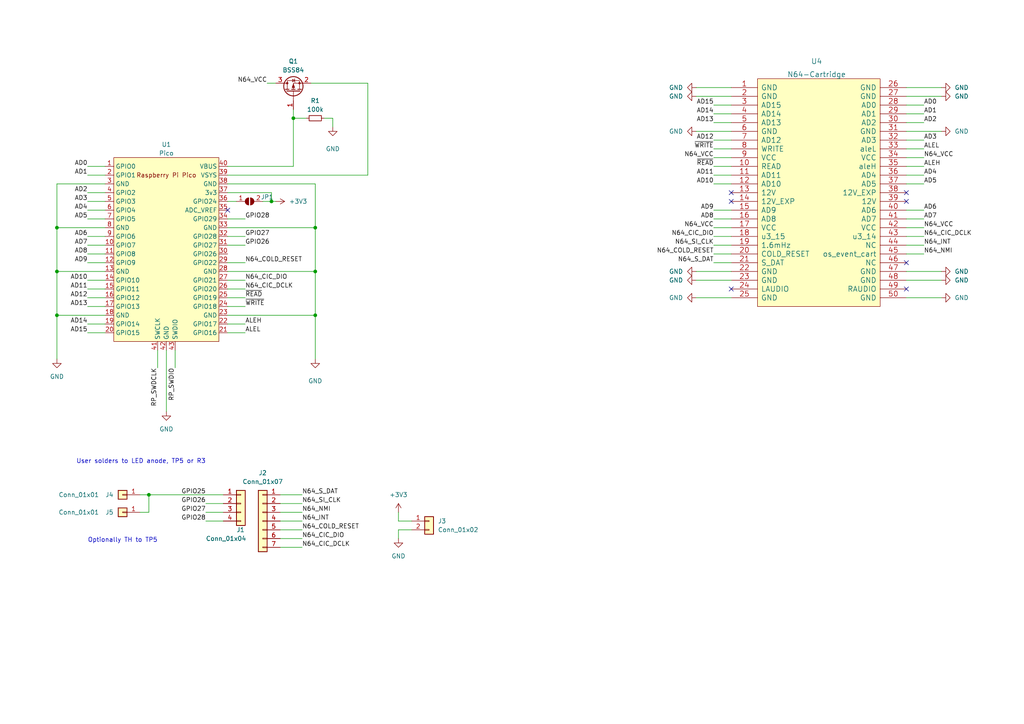
<source format=kicad_sch>
(kicad_sch (version 20211123) (generator eeschema)
  (paper "A4")
  (title_block (title "PicoCart64-lite") (date "2022-08-14") (rev "V1.3-lite") (company "Konrad Beckmann"))
  (lib_symbols
    (symbol "Connector_Generic:Conn_01x01" (pin_names (offset 1.016) hide)
      (property "Reference" "J" (at 0 2.54 0))
      (property "Value" "Conn_01x01" (at 0 -2.54 0))
      (symbol "Conn_01x01_1_1"
        (rectangle (start -1.27 0.127) (end 0 -0.127) (stroke (width 0.1524)))
        (rectangle (start -1.27 1.27) (end 1.27 -1.27) (stroke (width 0.254)) (fill (type background)))
        (pin passive line (at -5.08 0 0) (length 3.81) (name "Pin_1") (number "1"))
      )
    )
    (symbol "Connector_Generic:Conn_01x02" (pin_names (offset 1.016) hide)
      (property "Reference" "J" (at 0 2.54 0))
      (property "Value" "Conn_01x02" (at 0 -5.08 0))
      (symbol "Conn_01x02_1_1"
        (rectangle (start -1.27 -2.413) (end 0 -2.667) (stroke (width 0.1524)))
        (rectangle (start -1.27 0.127) (end 0 -0.127) (stroke (width 0.1524)))
        (rectangle (start -1.27 1.27) (end 1.27 -3.81) (stroke (width 0.254)) (fill (type background)))
        (pin passive line (at -5.08 0 0) (length 3.81) (name "Pin_1") (number "1"))
        (pin passive line (at -5.08 -2.54 0) (length 3.81) (name "Pin_2") (number "2"))
      )
    )
    (symbol "Connector_Generic:Conn_01x04" (pin_names (offset 1.016) hide)
      (property "Reference" "J" (at 0 5.08 0))
      (property "Value" "Conn_01x04" (at 0 -7.62 0))
      (symbol "Conn_01x04_1_1"
        (rectangle (start -1.27 -4.953) (end 0 -5.207) (stroke (width 0.1524)))
        (rectangle (start -1.27 -2.413) (end 0 -2.667) (stroke (width 0.1524)))
        (rectangle (start -1.27 0.127) (end 0 -0.127) (stroke (width 0.1524)))
        (rectangle (start -1.27 2.667) (end 0 2.413) (stroke (width 0.1524)))
        (rectangle (start -1.27 3.81) (end 1.27 -6.35) (stroke (width 0.254)) (fill (type background)))
        (pin passive line (at -5.08 2.54 0) (length 3.81) (name "Pin_1") (number "1"))
        (pin passive line (at -5.08 0 0) (length 3.81) (name "Pin_2") (number "2"))
        (pin passive line (at -5.08 -2.54 0) (length 3.81) (name "Pin_3") (number "3"))
        (pin passive line (at -5.08 -5.08 0) (length 3.81) (name "Pin_4") (number "4"))
      )
    )
    (symbol "Connector_Generic:Conn_01x07" (pin_names (offset 1.016) hide)
      (property "Reference" "J" (at 0 10.16 0))
      (property "Value" "Conn_01x07" (at 0 -10.16 0))
      (symbol "Conn_01x07_1_1"
        (rectangle (start -1.27 -7.493) (end 0 -7.747) (stroke (width 0.1524)))
        (rectangle (start -1.27 -4.953) (end 0 -5.207) (stroke (width 0.1524)))
        (rectangle (start -1.27 -2.413) (end 0 -2.667) (stroke (width 0.1524)))
        (rectangle (start -1.27 0.127) (end 0 -0.127) (stroke (width 0.1524)))
        (rectangle (start -1.27 2.667) (end 0 2.413) (stroke (width 0.1524)))
        (rectangle (start -1.27 5.207) (end 0 4.953) (stroke (width 0.1524)))
        (rectangle (start -1.27 7.747) (end 0 7.493) (stroke (width 0.1524)))
        (rectangle (start -1.27 8.89) (end 1.27 -8.89) (stroke (width 0.254)) (fill (type background)))
        (pin passive line (at -5.08 7.62 0) (length 3.81) (name "Pin_1") (number "1"))
        (pin passive line (at -5.08 5.08 0) (length 3.81) (name "Pin_2") (number "2"))
        (pin passive line (at -5.08 2.54 0) (length 3.81) (name "Pin_3") (number "3"))
        (pin passive line (at -5.08 0 0) (length 3.81) (name "Pin_4") (number "4"))
        (pin passive line (at -5.08 -2.54 0) (length 3.81) (name "Pin_5") (number "5"))
        (pin passive line (at -5.08 -5.08 0) (length 3.81) (name "Pin_6") (number "6"))
        (pin passive line (at -5.08 -7.62 0) (length 3.81) (name "Pin_7") (number "7"))
      )
    )
    (symbol "Device:R_Small" (pin_numbers hide) (pin_names (offset 0.254) hide)
      (property "Reference" "R" (at 0.762 0.508 0))
      (property "Value" "R_Small" (at 0.762 -1.016 0))
      (symbol "R_Small_0_1"
        (rectangle (start -0.762 1.778) (end 0.762 -1.778) (stroke (width 0.2032)))
      )
      (symbol "R_Small_1_1"
        (pin passive line (at 0 2.54 270) (length 0.762) (name "~") (number "1"))
        (pin passive line (at 0 -2.54 90) (length 0.762) (name "~") (number "2"))
      )
    )
    (symbol "Jumper:SolderJumper_2_Open" (pin_names (offset 0) hide)
      (property "Reference" "JP" (at 0 2.032 0))
      (property "Value" "SolderJumper_2_Open" (at 0 -2.54 0))
      (symbol "SolderJumper_2_Open_0_1"
        (arc (start -0.254 1.016) (mid -1.27 0) (end -0.254 -1.016))
        (arc (start -0.254 1.016) (mid -1.27 0) (end -0.254 -1.016) (fill (type outline)))
        (polyline (pts (xy -0.254 1.016) (xy -0.254 -1.016)))
        (polyline (pts (xy 0.254 1.016) (xy 0.254 -1.016)))
        (arc (start 0.254 -1.016) (mid 1.27 0) (end 0.254 1.016))
        (arc (start 0.254 -1.016) (mid 1.27 0) (end 0.254 1.016) (fill (type outline)))
      )
      (symbol "SolderJumper_2_Open_1_1"
        (pin passive line (at -3.81 0 0) (length 2.54) (name "A") (number "1"))
        (pin passive line (at 3.81 0 180) (length 2.54) (name "B") (number "2"))
      )
    )
    (symbol "Transistor_FET:BSS84" (pin_names hide)
      (property "Reference" "Q" (at 5.08 1.905 0))
      (property "Value" "BSS84" (at 5.08 0 0))
      (symbol "BSS84_0_1"
        (polyline (pts (xy 0.254 0) (xy -2.54 0)))
        (polyline (pts (xy 0.254 1.905) (xy 0.254 -1.905)) (stroke (width 0.254)))
        (polyline (pts (xy 0.762 -1.27) (xy 0.762 -2.286)) (stroke (width 0.254)))
        (polyline (pts (xy 0.762 0.508) (xy 0.762 -0.508)) (stroke (width 0.254)))
        (polyline (pts (xy 0.762 2.286) (xy 0.762 1.27)) (stroke (width 0.254)))
        (polyline (pts (xy 2.54 2.54) (xy 2.54 1.778)))
        (polyline (pts (xy 2.54 -2.54) (xy 2.54 0) (xy 0.762 0)))
        (polyline (pts (xy 0.762 1.778) (xy 3.302 1.778) (xy 3.302 -1.778) (xy 0.762 -1.778)))
        (polyline (pts (xy 2.286 0) (xy 1.27 0.381) (xy 1.27 -0.381) (xy 2.286 0)) (fill (type outline)))
        (polyline (pts (xy 2.794 -0.508) (xy 2.921 -0.381) (xy 3.683 -0.381) (xy 3.81 -0.254)))
        (polyline (pts (xy 3.302 -0.381) (xy 2.921 0.254) (xy 3.683 0.254) (xy 3.302 -0.381)))
        (circle (center 1.651 0) (radius 2.794) (stroke (width 0.254)))
        (circle (center 2.54 -1.778) (radius 0.254) (fill (type outline)))
        (circle (center 2.54 1.778) (radius 0.254) (fill (type outline)))
      )
      (symbol "BSS84_1_1"
        (pin input line (at -5.08 0 0) (length 2.54) (name "G") (number "1"))
        (pin passive line (at 2.54 -5.08 90) (length 2.54) (name "S") (number "2"))
        (pin passive line (at 2.54 5.08 270) (length 2.54) (name "D") (number "3"))
      )
    )
    (symbol "n64-cartridge:N64-Cartridge" (pin_names (offset 1.016))
      (property "Reference" "U?" (at -0.635 38.1 0))
      (property "Value" "N64-Cartridge" (at -0.635 34.29 0))
      (symbol "N64-Cartridge_0_1"
        (rectangle (start -17.78 33.02) (end 17.78 -33.02) (fill (type background)))
      )
      (symbol "N64-Cartridge_1_1"
        (pin passive line (at -25.4 30.48 0) (length 7.62) (name "GND") (number "1"))
        (pin passive line (at -25.4 7.62 0) (length 7.62) (name "READ") (number "10"))
        (pin passive line (at -25.4 5.08 0) (length 7.62) (name "AD11") (number "11"))
        (pin passive line (at -25.4 2.54 0) (length 7.62) (name "AD10") (number "12"))
        (pin passive line (at -25.4 0 0) (length 7.62) (name "12V") (number "13"))
        (pin passive line (at -25.4 -2.54 0) (length 7.62) (name "12V_EXP") (number "14"))
        (pin passive line (at -25.4 -5.08 0) (length 7.62) (name "AD9") (number "15"))
        (pin passive line (at -25.4 -7.62 0) (length 7.62) (name "AD8") (number "16"))
        (pin passive line (at -25.4 -10.16 0) (length 7.62) (name "VCC") (number "17"))
        (pin passive line (at -25.4 -12.7 0) (length 7.62) (name "u3_15") (number "18"))
        (pin passive line (at -25.4 -15.24 0) (length 7.62) (name "1.6mHz") (number "19"))
        (pin passive line (at -25.4 27.94 0) (length 7.62) (name "GND") (number "2"))
        (pin passive line (at -25.4 -17.78 0) (length 7.62) (name "COLD_RESET") (number "20"))
        (pin passive line (at -25.4 -20.32 0) (length 7.62) (name "S_DAT") (number "21"))
        (pin passive line (at -25.4 -22.86 0) (length 7.62) (name "GND") (number "22"))
        (pin passive line (at -25.4 -25.4 0) (length 7.62) (name "GND") (number "23"))
        (pin passive line (at -25.4 -27.94 0) (length 7.62) (name "LAUDIO") (number "24"))
        (pin passive line (at -25.4 -30.48 0) (length 7.62) (name "GND") (number "25"))
        (pin passive line (at 25.4 30.48 180) (length 7.62) (name "GND") (number "26"))
        (pin passive line (at 25.4 27.94 180) (length 7.62) (name "GND") (number "27"))
        (pin passive line (at 25.4 25.4 180) (length 7.62) (name "AD0") (number "28"))
        (pin passive line (at 25.4 22.86 180) (length 7.62) (name "AD1") (number "29"))
        (pin passive line (at -25.4 25.4 0) (length 7.62) (name "AD15") (number "3"))
        (pin passive line (at 25.4 20.32 180) (length 7.62) (name "AD2") (number "30"))
        (pin passive line (at 25.4 17.78 180) (length 7.62) (name "GND") (number "31"))
        (pin passive line (at 25.4 15.24 180) (length 7.62) (name "AD3") (number "32"))
        (pin passive line (at 25.4 12.7 180) (length 7.62) (name "aleL") (number "33"))
        (pin passive line (at 25.4 10.16 180) (length 7.62) (name "VCC") (number "34"))
        (pin passive line (at 25.4 7.62 180) (length 7.62) (name "aleH") (number "35"))
        (pin passive line (at 25.4 5.08 180) (length 7.62) (name "AD4") (number "36"))
        (pin passive line (at 25.4 2.54 180) (length 7.62) (name "AD5") (number "37"))
        (pin passive line (at 25.4 0 180) (length 7.62) (name "12V_EXP") (number "38"))
        (pin passive line (at 25.4 -2.54 180) (length 7.62) (name "12V") (number "39"))
        (pin passive line (at -25.4 22.86 0) (length 7.62) (name "AD14") (number "4"))
        (pin passive line (at 25.4 -5.08 180) (length 7.62) (name "AD6") (number "40"))
        (pin passive line (at 25.4 -7.62 180) (length 7.62) (name "AD7") (number "41"))
        (pin passive line (at 25.4 -10.16 180) (length 7.62) (name "VCC") (number "42"))
        (pin passive line (at 25.4 -12.7 180) (length 7.62) (name "u3_14") (number "43"))
        (pin passive line (at 25.4 -15.24 180) (length 7.62) (name "NC") (number "44"))
        (pin passive line (at 25.4 -17.78 180) (length 7.62) (name "os_event_cart") (number "45"))
        (pin passive line (at 25.4 -20.32 180) (length 7.62) (name "NC") (number "46"))
        (pin passive line (at 25.4 -22.86 180) (length 7.62) (name "GND") (number "47"))
        (pin passive line (at 25.4 -25.4 180) (length 7.62) (name "GND") (number "48"))
        (pin passive line (at 25.4 -27.94 180) (length 7.62) (name "RAUDIO") (number "49"))
        (pin passive line (at -25.4 20.32 0) (length 7.62) (name "AD13") (number "5"))
        (pin passive line (at 25.4 -30.48 180) (length 7.62) (name "GND") (number "50"))
        (pin passive line (at -25.4 17.78 0) (length 7.62) (name "GND") (number "6"))
        (pin passive line (at -25.4 15.24 0) (length 7.62) (name "AD12") (number "7"))
        (pin passive line (at -25.4 12.7 0) (length 7.62) (name "WRITE") (number "8"))
        (pin passive line (at -25.4 10.16 0) (length 7.62) (name "VCC") (number "9"))
      )
    )
    (symbol "power:+3V3" (power) (pin_names (offset 0))
      (property "Value" "+3V3" (at 0 3.556 0))
      (symbol "+3V3_0_1"
        (polyline (pts (xy -0.762 1.27) (xy 0 2.54)))
        (polyline (pts (xy 0 0) (xy 0 2.54)))
        (polyline (pts (xy 0 2.54) (xy 0.762 1.27)))
      )
      (symbol "+3V3_1_1"
        (pin power_in line (at 0 0 90) (length 0) hide (name "+3V3") (number "1"))
      )
    )
    (symbol "power:GND" (power) (pin_names (offset 0))
      (property "Value" "GND" (at 0 -3.81 0))
      (symbol "GND_0_1"
        (polyline (pts (xy 0 0) (xy 0 -1.27) (xy 1.27 -1.27) (xy 0 -2.54) (xy -1.27 -1.27) (xy 0 -1.27)))
      )
      (symbol "GND_1_1"
        (pin power_in line (at 0 0 270) (length 0) hide (name "GND") (number "1"))
      )
    )
    (symbol "raspberrypi_pico:Pico"
      (property "Reference" "U1" (at 0 30.48 0))
      (property "Value" "Pico" (at 0 27.94 0))
      (symbol "Pico_0_0"
        (text "Raspberry Pi Pico" (at 0 21.59 0) (effects (font (size 1.27 1.27))))
      )
      (symbol "Pico_0_1"
        (rectangle (start -15.24 26.67) (end 15.24 -26.67) (fill (type background)))
      )
      (symbol "Pico_1_1"
        (pin bidirectional line (at -17.78 24.13 0) (length 2.54) (name "GPIO0") (number "1"))
        (pin bidirectional line (at -17.78 1.27 0) (length 2.54) (name "GPIO7") (number "10"))
        (pin bidirectional line (at -17.78 -1.27 0) (length 2.54) (name "GPIO8") (number "11"))
        (pin bidirectional line (at -17.78 -3.81 0) (length 2.54) (name "GPIO9") (number "12"))
        (pin power_in line (at -17.78 -6.35 0) (length 2.54) (name "GND") (number "13"))
        (pin bidirectional line (at -17.78 -8.89 0) (length 2.54) (name "GPIO10") (number "14"))
        (pin bidirectional line (at -17.78 -11.43 0) (length 2.54) (name "GPIO11") (number "15"))
        (pin bidirectional line (at -17.78 -13.97 0) (length 2.54) (name "GPIO12") (number "16"))
        (pin bidirectional line (at -17.78 -16.51 0) (length 2.54) (name "GPIO13") (number "17"))
        (pin power_in line (at -17.78 -19.05 0) (length 2.54) (name "GND") (number "18"))
        (pin bidirectional line (at -17.78 -21.59 0) (length 2.54) (name "GPIO14") (number "19"))
        (pin bidirectional line (at -17.78 21.59 0) (length 2.54) (name "GPIO1") (number "2"))
        (pin bidirectional line (at -17.78 -24.13 0) (length 2.54) (name "GPIO15") (number "20"))
        (pin bidirectional line (at 17.78 -24.13 180) (length 2.54) (name "GPIO16") (number "21"))
        (pin bidirectional line (at 17.78 -21.59 180) (length 2.54) (name "GPIO17") (number "22"))
        (pin power_in line (at 17.78 -19.05 180) (length 2.54) (name "GND") (number "23"))
        (pin bidirectional line (at 17.78 -16.51 180) (length 2.54) (name "GPIO18") (number "24"))
        (pin bidirectional line (at 17.78 -13.97 180) (length 2.54) (name "GPIO19") (number "25"))
        (pin bidirectional line (at 17.78 -11.43 180) (length 2.54) (name "GPIO20") (number "26"))
        (pin bidirectional line (at 17.78 -8.89 180) (length 2.54) (name "GPIO21") (number "27"))
        (pin power_in line (at 17.78 -6.35 180) (length 2.54) (name "GND") (number "28"))
        (pin bidirectional line (at 17.78 -3.81 180) (length 2.54) (name "GPIO22") (number "29"))
        (pin power_in line (at -17.78 19.05 0) (length 2.54) (name "GND") (number "3"))
        (pin input line (at 17.78 -1.27 180) (length 2.54) (name "GPIO26") (number "30"))
        (pin bidirectional line (at 17.78 1.27 180) (length 2.54) (name "GPIO27") (number "31"))
        (pin bidirectional line (at 17.78 3.81 180) (length 2.54) (name "GPIO28") (number "32"))
        (pin power_in line (at 17.78 6.35 180) (length 2.54) (name "GND") (number "33"))
        (pin bidirectional line (at 17.78 8.89 180) (length 2.54) (name "GPIO29") (number "34"))
        (pin power_in line (at 17.78 11.43 180) (length 2.54) (name "ADC_VREF") (number "35"))
        (pin power_in line (at 17.78 13.97 180) (length 2.54) (name "GPIO24") (number "36"))
        (pin input line (at 17.78 16.51 180) (length 2.54) (name "3v3") (number "37"))
        (pin bidirectional line (at 17.78 19.05 180) (length 2.54) (name "GND") (number "38"))
        (pin power_in line (at 17.78 21.59 180) (length 2.54) (name "VSYS") (number "39"))
        (pin bidirectional line (at -17.78 16.51 0) (length 2.54) (name "GPIO2") (number "4"))
        (pin power_in line (at 17.78 24.13 180) (length 2.54) (name "VBUS") (number "40"))
        (pin input line (at -2.54 -29.21 90) (length 2.54) (name "SWCLK") (number "41"))
        (pin power_in line (at 0 -29.21 90) (length 2.54) (name "GND") (number "42"))
        (pin bidirectional line (at 2.54 -29.21 90) (length 2.54) (name "SWDIO") (number "43"))
        (pin bidirectional line (at -17.78 13.97 0) (length 2.54) (name "GPIO3") (number "5"))
        (pin bidirectional line (at -17.78 11.43 0) (length 2.54) (name "GPIO4") (number "6"))
        (pin bidirectional line (at -17.78 8.89 0) (length 2.54) (name "GPIO5") (number "7"))
        (pin power_in line (at -17.78 6.35 0) (length 2.54) (name "GND") (number "8"))
        (pin bidirectional line (at -17.78 3.81 0) (length 2.54) (name "GPIO6") (number "9"))
      )
    )
  )
  (junction (at 91.44 78.74))
  (junction (at 43.18 143.51))
  (junction (at 91.44 91.44))
  (junction (at 85.09 34.29))
  (junction (at 16.51 78.74))
  (junction (at 78.74 58.42))
  (junction (at 91.44 66.04))
  (junction (at 16.51 91.44))
  (junction (at 16.51 66.04))
  (no_connect (at 66.04 60.96))
  (no_connect (at 262.89 83.82))
  (no_connect (at 262.89 58.42))
  (no_connect (at 262.89 55.88))
  (no_connect (at 212.09 83.82))
  (no_connect (at 212.09 58.42))
  (no_connect (at 212.09 55.88))
  (no_connect (at 262.89 76.2))
  (wire (pts (xy 262.89 86.36) (xy 273.05 86.36)))
  (wire (pts (xy 262.89 30.48) (xy 267.97 30.48)))
  (wire (pts (xy 40.64 143.51) (xy 43.18 143.51)))
  (wire (pts (xy 16.51 91.44) (xy 16.51 78.74)))
  (wire (pts (xy 16.51 78.74) (xy 30.48 78.74)))
  (wire (pts (xy 66.04 81.28) (xy 71.12 81.28)))
  (wire (pts (xy 30.48 60.96) (xy 25.4 60.96)))
  (wire (pts (xy 262.89 81.28) (xy 273.05 81.28)))
  (wire (pts (xy 262.89 27.94) (xy 273.05 27.94)))
  (wire (pts (xy 81.28 156.21) (xy 87.63 156.21)))
  (wire (pts (xy 76.2 58.42) (xy 78.74 58.42)))
  (wire (pts (xy 201.93 38.1) (xy 212.09 38.1)))
  (wire (pts (xy 262.89 45.72) (xy 267.97 45.72)))
  (wire (pts (xy 115.57 148.59) (xy 115.57 151.13)))
  (wire (pts (xy 30.48 86.36) (xy 25.4 86.36)))
  (wire (pts (xy 66.04 78.74) (xy 91.44 78.74)))
  (wire (pts (xy 91.44 91.44) (xy 91.44 104.14)))
  (wire (pts (xy 106.68 50.8) (xy 66.04 50.8)))
  (wire (pts (xy 201.93 25.4) (xy 212.09 25.4)))
  (wire (pts (xy 262.89 68.58) (xy 267.97 68.58)))
  (wire (pts (xy 66.04 68.58) (xy 71.12 68.58)))
  (wire (pts (xy 59.69 148.59) (xy 64.77 148.59)))
  (wire (pts (xy 262.89 66.04) (xy 267.97 66.04)))
  (wire (pts (xy 90.17 24.13) (xy 106.68 24.13)))
  (wire (pts (xy 78.74 58.42) (xy 80.01 58.42)))
  (wire (pts (xy 30.48 83.82) (xy 25.4 83.82)))
  (wire (pts (xy 30.48 58.42) (xy 25.4 58.42)))
  (wire (pts (xy 43.18 143.51) (xy 64.77 143.51)))
  (wire (pts (xy 30.48 55.88) (xy 25.4 55.88)))
  (wire (pts (xy 207.01 76.2) (xy 212.09 76.2)))
  (wire (pts (xy 30.48 88.9) (xy 25.4 88.9)))
  (wire (pts (xy 201.93 78.74) (xy 212.09 78.74)))
  (wire (pts (xy 16.51 66.04) (xy 30.48 66.04)))
  (wire (pts (xy 81.28 153.67) (xy 87.63 153.67)))
  (wire (pts (xy 77.47 24.13) (xy 80.01 24.13)))
  (wire (pts (xy 66.04 96.52) (xy 71.12 96.52)))
  (wire (pts (xy 66.04 83.82) (xy 71.12 83.82)))
  (wire (pts (xy 262.89 38.1) (xy 273.05 38.1)))
  (wire (pts (xy 30.48 63.5) (xy 25.4 63.5)))
  (wire (pts (xy 30.48 96.52) (xy 25.4 96.52)))
  (wire (pts (xy 30.48 50.8) (xy 25.4 50.8)))
  (wire (pts (xy 201.93 27.94) (xy 212.09 27.94)))
  (wire (pts (xy 93.98 34.29) (xy 96.52 34.29)))
  (wire (pts (xy 66.04 48.26) (xy 85.09 48.26)))
  (wire (pts (xy 115.57 153.67) (xy 119.38 153.67)))
  (wire (pts (xy 30.48 81.28) (xy 25.4 81.28)))
  (wire (pts (xy 30.48 93.98) (xy 25.4 93.98)))
  (wire (pts (xy 45.72 106.68) (xy 45.72 101.6)))
  (wire (pts (xy 207.01 60.96) (xy 212.09 60.96)))
  (wire (pts (xy 16.51 66.04) (xy 16.51 53.34)))
  (wire (pts (xy 207.01 63.5) (xy 212.09 63.5)))
  (wire (pts (xy 66.04 88.9) (xy 71.12 88.9)))
  (wire (pts (xy 262.89 78.74) (xy 273.05 78.74)))
  (wire (pts (xy 262.89 43.18) (xy 267.97 43.18)))
  (wire (pts (xy 43.18 148.59) (xy 40.64 148.59)))
  (wire (pts (xy 207.01 33.02) (xy 212.09 33.02)))
  (wire (pts (xy 207.01 30.48) (xy 212.09 30.48)))
  (wire (pts (xy 207.01 71.12) (xy 212.09 71.12)))
  (wire (pts (xy 201.93 81.28) (xy 212.09 81.28)))
  (wire (pts (xy 66.04 93.98) (xy 71.12 93.98)))
  (wire (pts (xy 91.44 53.34) (xy 66.04 53.34)))
  (wire (pts (xy 66.04 91.44) (xy 91.44 91.44)))
  (wire (pts (xy 262.89 48.26) (xy 267.97 48.26)))
  (wire (pts (xy 115.57 151.13) (xy 119.38 151.13)))
  (wire (pts (xy 66.04 63.5) (xy 71.12 63.5)))
  (wire (pts (xy 106.68 24.13) (xy 106.68 50.8)))
  (wire (pts (xy 85.09 48.26) (xy 85.09 34.29)))
  (wire (pts (xy 66.04 58.42) (xy 68.58 58.42)))
  (wire (pts (xy 66.04 76.2) (xy 71.12 76.2)))
  (wire (pts (xy 16.51 91.44) (xy 30.48 91.44)))
  (wire (pts (xy 91.44 53.34) (xy 91.44 66.04)))
  (wire (pts (xy 50.8 106.68) (xy 50.8 101.6)))
  (wire (pts (xy 207.01 43.18) (xy 212.09 43.18)))
  (wire (pts (xy 81.28 146.05) (xy 87.63 146.05)))
  (wire (pts (xy 66.04 55.88) (xy 78.74 55.88)))
  (wire (pts (xy 66.04 71.12) (xy 71.12 71.12)))
  (wire (pts (xy 207.01 35.56) (xy 212.09 35.56)))
  (wire (pts (xy 78.74 55.88) (xy 78.74 58.42)))
  (wire (pts (xy 48.26 101.6) (xy 48.26 119.38)))
  (wire (pts (xy 207.01 48.26) (xy 212.09 48.26)))
  (wire (pts (xy 262.89 71.12) (xy 267.97 71.12)))
  (wire (pts (xy 262.89 63.5) (xy 267.97 63.5)))
  (wire (pts (xy 30.48 73.66) (xy 25.4 73.66)))
  (wire (pts (xy 66.04 86.36) (xy 71.12 86.36)))
  (wire (pts (xy 30.48 48.26) (xy 25.4 48.26)))
  (wire (pts (xy 207.01 73.66) (xy 212.09 73.66)))
  (wire (pts (xy 96.52 34.29) (xy 96.52 36.83)))
  (wire (pts (xy 81.28 151.13) (xy 87.63 151.13)))
  (wire (pts (xy 16.51 104.14) (xy 16.51 91.44)))
  (wire (pts (xy 43.18 143.51) (xy 43.18 148.59)))
  (wire (pts (xy 201.93 86.36) (xy 212.09 86.36)))
  (wire (pts (xy 207.01 50.8) (xy 212.09 50.8)))
  (wire (pts (xy 16.51 53.34) (xy 30.48 53.34)))
  (wire (pts (xy 66.04 66.04) (xy 91.44 66.04)))
  (wire (pts (xy 91.44 78.74) (xy 91.44 91.44)))
  (wire (pts (xy 262.89 73.66) (xy 267.97 73.66)))
  (wire (pts (xy 91.44 66.04) (xy 91.44 78.74)))
  (wire (pts (xy 81.28 148.59) (xy 87.63 148.59)))
  (wire (pts (xy 262.89 40.64) (xy 267.97 40.64)))
  (wire (pts (xy 262.89 25.4) (xy 273.05 25.4)))
  (wire (pts (xy 30.48 76.2) (xy 25.4 76.2)))
  (wire (pts (xy 207.01 45.72) (xy 212.09 45.72)))
  (wire (pts (xy 207.01 66.04) (xy 212.09 66.04)))
  (wire (pts (xy 262.89 33.02) (xy 267.97 33.02)))
  (wire (pts (xy 30.48 68.58) (xy 25.4 68.58)))
  (wire (pts (xy 30.48 71.12) (xy 25.4 71.12)))
  (wire (pts (xy 85.09 34.29) (xy 85.09 31.75)))
  (wire (pts (xy 59.69 146.05) (xy 64.77 146.05)))
  (wire (pts (xy 207.01 53.34) (xy 212.09 53.34)))
  (wire (pts (xy 16.51 78.74) (xy 16.51 66.04)))
  (wire (pts (xy 262.89 60.96) (xy 267.97 60.96)))
  (wire (pts (xy 115.57 156.21) (xy 115.57 153.67)))
  (wire (pts (xy 59.69 151.13) (xy 64.77 151.13)))
  (wire (pts (xy 81.28 158.75) (xy 87.63 158.75)))
  (wire (pts (xy 262.89 50.8) (xy 267.97 50.8)))
  (wire (pts (xy 85.09 34.29) (xy 88.9 34.29)))
  (wire (pts (xy 262.89 35.56) (xy 267.97 35.56)))
  (wire (pts (xy 207.01 40.64) (xy 212.09 40.64)))
  (wire (pts (xy 262.89 53.34) (xy 267.97 53.34)))
  (wire (pts (xy 207.01 68.58) (xy 212.09 68.58)))
  (wire (pts (xy 81.28 143.51) (xy 87.63 143.51)))
  (text "User solders to LED anode, TP5 or R3" (at 59.69 134.62 180) (effects (font (size 1.27 1.27)) (justify right bottom)))
  (text "Optionally TH to TP5" (at 45.72 157.48 180) (effects (font (size 1.27 1.27)) (justify right bottom)))
  (label "GPIO27" (at 59.69 148.59 180))
  (label "N64_SI_CLK" (at 207.01 71.12 180))
  (label "AD13" (at 207.01 35.56 180))
  (label "N64_VCC" (at 207.01 45.72 180))
  (label "N64_NMI" (at 87.63 148.59 0))
  (label "N64_COLD_RESET" (at 207.01 73.66 180))
  (label "AD10" (at 207.01 53.34 180))
  (label "AD11" (at 207.01 50.8 180))
  (label "~{WRITE}" (at 71.12 88.9 0))
  (label "ALEL" (at 267.97 43.18 0))
  (label "N64_VCC" (at 207.01 66.04 180))
  (label "N64_NMI" (at 267.97 73.66 0))
  (label "AD2" (at 25.4 55.88 180))
  (label "~{WRITE}" (at 207.01 43.18 180))
  (label "AD9" (at 207.01 60.96 180))
  (label "AD3" (at 267.97 40.64 0))
  (label "AD14" (at 207.01 33.02 180))
  (label "AD9" (at 25.4 76.2 180))
  (label "N64_CIC_DCLK" (at 87.63 158.75 0))
  (label "~{READ}" (at 71.12 86.36 0))
  (label "AD8" (at 25.4 73.66 180))
  (label "AD10" (at 25.4 81.28 180))
  (label "AD14" (at 25.4 93.98 180))
  (label "AD12" (at 25.4 86.36 180))
  (label "GPIO26" (at 71.12 71.12 0))
  (label "AD15" (at 25.4 96.52 180))
  (label "N64_S_DAT" (at 87.63 143.51 0))
  (label "N64_COLD_RESET" (at 71.12 76.2 0))
  (label "AD15" (at 207.01 30.48 180))
  (label "N64_SI_CLK" (at 87.63 146.05 0))
  (label "GPIO28" (at 59.69 151.13 180))
  (label "ALEL" (at 71.12 96.52 0))
  (label "GPIO27" (at 71.12 68.58 0))
  (label "AD1" (at 25.4 50.8 180))
  (label "AD5" (at 25.4 63.5 180))
  (label "ALEH" (at 71.12 93.98 0))
  (label "ALEH" (at 267.97 48.26 0))
  (label "AD0" (at 267.97 30.48 0))
  (label "AD13" (at 25.4 88.9 180))
  (label "AD4" (at 267.97 50.8 0))
  (label "~{READ}" (at 207.01 48.26 180))
  (label "GPIO28" (at 71.12 63.5 0))
  (label "N64_INT" (at 87.63 151.13 0))
  (label "AD5" (at 267.97 53.34 0))
  (label "AD3" (at 25.4 58.42 180))
  (label "AD11" (at 25.4 83.82 180))
  (label "N64_CIC_DCLK" (at 71.12 83.82 0))
  (label "AD6" (at 25.4 68.58 180))
  (label "AD7" (at 25.4 71.12 180))
  (label "N64_VCC" (at 267.97 66.04 0))
  (label "N64_COLD_RESET" (at 87.63 153.67 0))
  (label "GPIO26" (at 59.69 146.05 180))
  (label "N64_CIC_DIO" (at 71.12 81.28 0))
  (label "AD4" (at 25.4 60.96 180))
  (label "AD8" (at 207.01 63.5 180))
  (label "AD2" (at 267.97 35.56 0))
  (label "N64_CIC_DIO" (at 207.01 68.58 180))
  (label "RP_SWDCLK" (at 45.72 106.68 270))
  (label "N64_VCC" (at 267.97 45.72 0))
  (label "RP_SWDIO" (at 50.8 106.68 270))
  (label "N64_INT" (at 267.97 71.12 0))
  (label "N64_VCC" (at 77.47 24.13 180))
  (label "AD0" (at 25.4 48.26 180))
  (label "GPIO25" (at 59.69 143.51 180))
  (label "N64_CIC_DIO" (at 87.63 156.21 0))
  (label "AD12" (at 207.01 40.64 180))
  (label "N64_S_DAT" (at 207.01 76.2 180))
  (label "AD1" (at 267.97 33.02 0))
  (label "N64_CIC_DCLK" (at 267.97 68.58 0))
  (label "AD7" (at 267.97 63.5 0))
  (label "AD6" (at 267.97 60.96 0))
  (symbol (lib_id "power:GND") (at 273.05 25.4 90) (unit 1)
    (property "Reference" "#PWR0115" (effects hide))
    (property "Value" "GND" (at 276.86 25.3999 90) (effects (justify right)))
  )
  (symbol (lib_id "power:GND") (at 201.93 38.1 270) (unit 1)
    (property "Reference" "#PWR0123" (effects hide))
    (property "Value" "GND" (at 198.12 38.0999 90) (effects (justify right)))
  )
  (symbol (lib_id "power:GND") (at 48.26 119.38 0) (unit 1)
    (property "Reference" "#PWR0107" (effects hide))
    (property "Value" "GND" (at 48.26 124.46 0))
  )
  (symbol (lib_id "power:GND") (at 273.05 81.28 90) (unit 1)
    (property "Reference" "#PWR0120" (effects hide))
    (property "Value" "GND" (at 276.86 81.2799 90) (effects (justify right)))
  )
  (symbol (lib_id "power:GND") (at 91.44 104.14 0) (unit 1)
    (property "Reference" "#PWR0104" (effects hide))
    (property "Value" "GND" (at 91.44 110.49 0))
  )
  (symbol (lib_id "power:+3V3") (at 115.57 148.59 0) (unit 1)
    (property "Reference" "#PWR0102" (effects hide))
    (property "Value" "+3V3" (at 115.57 143.51 0))
  )
  (symbol (lib_id "power:GND") (at 115.57 156.21 0) (unit 1)
    (property "Reference" "#PWR0103" (effects hide))
    (property "Value" "GND" (at 115.57 161.29 0))
  )
  (symbol (lib_id "Jumper:SolderJumper_2_Open") (at 72.39 58.42 0) (unit 1)
    (property "Reference" "JP1" (at 77.47 57.15 0))
    (property "Value" "SolderJumper_2_Open" (effects hide))
    (property "Footprint" "Jumper:SolderJumper-2_P1.3mm_Open_RoundedPad1.0x1.5mm" (effects hide))
  )
  (symbol (lib_id "Transistor_FET:BSS84") (at 85.09 26.67 90) (unit 1)
    (property "Reference" "Q1" (at 85.09 17.78 90))
    (property "Value" "BSS84" (at 85.09 20.32 90))
    (property "Footprint" "Package_TO_SOT_SMD:SOT-23" (effects hide))
    (property "Datasheet" "http://assets.nexperia.com/documents/data-sheet/BSS84.pdf" (effects hide))
  )
  (symbol (lib_id "Connector_Generic:Conn_01x02") (at 124.46 151.13 0) (unit 1)
    (property "Reference" "J3" (at 127 151.1299 0) (effects (justify left)))
    (property "Value" "Conn_01x02" (at 127 153.6699 0) (effects (justify left)))
    (property "Footprint" "project_area:PinHeader_1x08_P2.54mm_Vertical" (effects hide))
  )
  (symbol (lib_id "raspberrypi_pico:Pico") (at 48.26 72.39 0) (unit 1)
    (property "Reference" "U1" (at 48.26 41.91 0))
    (property "Value" "Pico" (at 48.26 44.45 0))
    (property "Footprint" "RPi_Pico:RPi_Pico_SMD_TH" (effects hide))
  )
  (symbol (lib_id "n64-cartridge:N64-Cartridge") (at 237.49 55.88 0) (unit 1)
    (property "Reference" "U4" (at 236.855 17.78 0) (effects (font (size 1.524 1.524))))
    (property "Value" "N64-Cartridge" (at 236.855 21.59 0) (effects (font (size 1.524 1.524))))
    (property "Footprint" "picocart64:N64-Connector" (effects hide))
  )
  (symbol (lib_id "power:GND") (at 201.93 25.4 270) (unit 1)
    (property "Reference" "#PWR0121" (effects hide))
    (property "Value" "GND" (at 198.12 25.3999 90) (effects (justify right)))
  )
  (symbol (lib_id "Connector_Generic:Conn_01x01") (at 35.56 148.59 180) (unit 1)
    (property "Reference" "J5" (at 31.75 148.59 0))
    (property "Value" "Conn_01x01" (at 22.86 148.59 0))
    (property "Footprint" "Connector_PinHeader_2.54mm:PinHeader_1x01_P2.54mm_Vertical" (effects hide))
  )
  (symbol (lib_id "power:GND") (at 201.93 81.28 270) (unit 1)
    (property "Reference" "#PWR0127" (effects hide))
    (property "Value" "GND" (at 198.12 81.2799 90) (effects (justify right)))
  )
  (symbol (lib_id "power:GND") (at 201.93 86.36 270) (unit 1)
    (property "Reference" "#PWR0126" (effects hide))
    (property "Value" "GND" (at 198.12 86.3599 90) (effects (justify right)))
  )
  (symbol (lib_id "power:GND") (at 201.93 78.74 270) (unit 1)
    (property "Reference" "#PWR0125" (effects hide))
    (property "Value" "GND" (at 198.12 78.7399 90) (effects (justify right)))
  )
  (symbol (lib_id "power:GND") (at 273.05 38.1 90) (unit 1)
    (property "Reference" "#PWR0116" (effects hide))
    (property "Value" "GND" (at 276.86 38.0999 90) (effects (justify right)))
  )
  (symbol (lib_id "power:+3V3") (at 80.01 58.42 270) (unit 1)
    (property "Reference" "#PWR0105" (effects hide))
    (property "Value" "+3V3" (at 83.82 58.4199 90) (effects (justify left)))
  )
  (symbol (lib_id "Connector_Generic:Conn_01x07") (at 76.2 151.13 0) (mirror y) (unit 1)
    (property "Reference" "J2" (at 76.2 137.16 0))
    (property "Value" "Conn_01x07" (at 76.2 139.7 0))
    (property "Footprint" "Connector_PinHeader_2.54mm:PinHeader_1x07_P2.54mm_Vertical" (effects hide))
  )
  (symbol (lib_id "power:GND") (at 16.51 104.14 0) (unit 1)
    (property "Reference" "#PWR0106" (effects hide))
    (property "Value" "GND" (at 16.51 109.22 0))
  )
  (symbol (lib_id "Connector_Generic:Conn_01x01") (at 35.56 143.51 180) (unit 1)
    (property "Reference" "J4" (at 31.75 143.51 0))
    (property "Value" "Conn_01x01" (at 22.86 143.51 0))
    (property "Footprint" "Connector_PinHeader_2.54mm:PinHeader_1x01_P2.54mm_Vertical" (effects hide))
  )
  (symbol (lib_id "power:GND") (at 96.52 36.83 0) (unit 1)
    (property "Reference" "#PWR0101" (effects hide))
    (property "Value" "GND" (at 96.52 43.18 0))
  )
  (symbol (lib_id "power:GND") (at 273.05 78.74 90) (unit 1)
    (property "Reference" "#PWR0118" (effects hide))
    (property "Value" "GND" (at 276.86 78.7399 90) (effects (justify right)))
  )
  (symbol (lib_id "Device:R_Small") (at 91.44 34.29 90) (unit 1)
    (property "Reference" "R1" (at 91.44 29.21 90))
    (property "Value" "100k" (at 91.44 31.75 90))
    (property "Footprint" "Resistor_SMD:R_0603_1608Metric_Pad0.98x0.95mm_HandSolder" (effects hide))
  )
  (symbol (lib_id "Connector_Generic:Conn_01x04") (at 69.85 146.05 0) (unit 1)
    (property "Reference" "J1" (at 68.58 153.67 0) (effects (justify left)))
    (property "Value" "Conn_01x04" (at 59.69 156.21 0) (effects (justify left)))
    (property "Footprint" "Connector_PinHeader_2.54mm:PinHeader_1x04_P2.54mm_Vertical" (effects hide))
  )
  (symbol (lib_id "power:GND") (at 201.93 27.94 270) (unit 1)
    (property "Reference" "#PWR0122" (effects hide))
    (property "Value" "GND" (at 198.12 27.9399 90) (effects (justify right)))
  )
  (symbol (lib_id "power:GND") (at 273.05 86.36 90) (unit 1)
    (property "Reference" "#PWR0119" (effects hide))
    (property "Value" "GND" (at 276.86 86.3599 90) (effects (justify right)))
  )
  (symbol (lib_id "power:GND") (at 273.05 27.94 90) (unit 1)
    (property "Reference" "#PWR0117" (effects hide))
    (property "Value" "GND" (at 276.86 27.9399 90) (effects (justify right)))
  )
)
</source>
